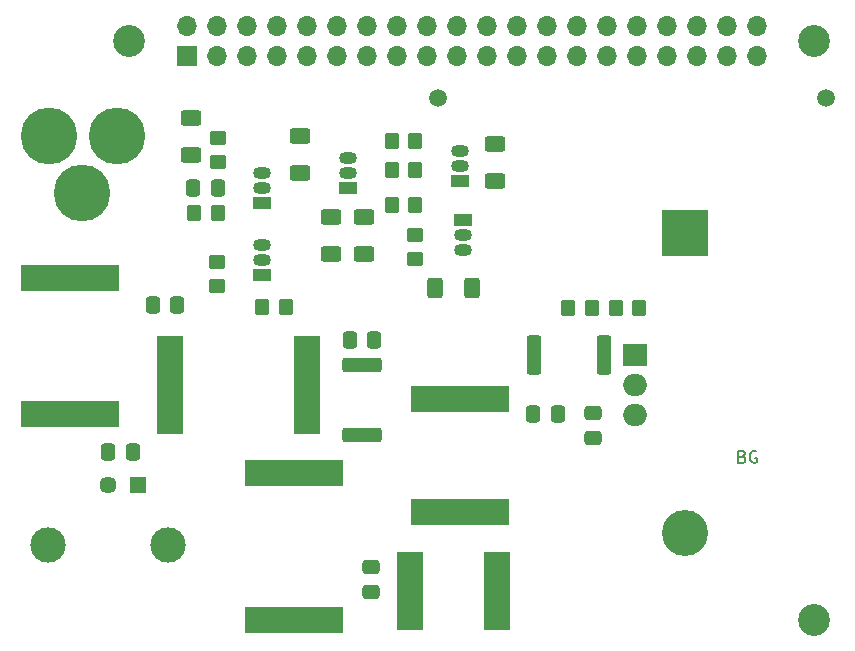
<source format=gts>
%TF.GenerationSoftware,KiCad,Pcbnew,8.0.3-8.0.3-0~ubuntu23.10.1*%
%TF.CreationDate,2025-08-07T12:22:30-04:00*%
%TF.ProjectId,28mhz_new,32386d68-7a5f-46e6-9577-2e6b69636164,rev?*%
%TF.SameCoordinates,Original*%
%TF.FileFunction,Soldermask,Top*%
%TF.FilePolarity,Negative*%
%FSLAX46Y46*%
G04 Gerber Fmt 4.6, Leading zero omitted, Abs format (unit mm)*
G04 Created by KiCad (PCBNEW 8.0.3-8.0.3-0~ubuntu23.10.1) date 2025-08-07 12:22:30*
%MOMM*%
%LPD*%
G01*
G04 APERTURE LIST*
G04 Aperture macros list*
%AMRoundRect*
0 Rectangle with rounded corners*
0 $1 Rounding radius*
0 $2 $3 $4 $5 $6 $7 $8 $9 X,Y pos of 4 corners*
0 Add a 4 corners polygon primitive as box body*
4,1,4,$2,$3,$4,$5,$6,$7,$8,$9,$2,$3,0*
0 Add four circle primitives for the rounded corners*
1,1,$1+$1,$2,$3*
1,1,$1+$1,$4,$5*
1,1,$1+$1,$6,$7*
1,1,$1+$1,$8,$9*
0 Add four rect primitives between the rounded corners*
20,1,$1+$1,$2,$3,$4,$5,0*
20,1,$1+$1,$4,$5,$6,$7,0*
20,1,$1+$1,$6,$7,$8,$9,0*
20,1,$1+$1,$8,$9,$2,$3,0*%
G04 Aperture macros list end*
%ADD10C,0.150000*%
%ADD11RoundRect,0.250000X0.350000X0.450000X-0.350000X0.450000X-0.350000X-0.450000X0.350000X-0.450000X0*%
%ADD12RoundRect,0.250000X-0.350000X-0.450000X0.350000X-0.450000X0.350000X0.450000X-0.350000X0.450000X0*%
%ADD13C,2.700000*%
%ADD14RoundRect,0.250000X-0.362500X-1.425000X0.362500X-1.425000X0.362500X1.425000X-0.362500X1.425000X0*%
%ADD15RoundRect,0.250000X1.425000X-0.362500X1.425000X0.362500X-1.425000X0.362500X-1.425000X-0.362500X0*%
%ADD16C,4.800000*%
%ADD17C,3.900000*%
%ADD18R,3.900000X3.900000*%
%ADD19C,3.000000*%
%ADD20C,1.446000*%
%ADD21R,1.446000X1.446000*%
%ADD22O,1.700000X1.700000*%
%ADD23R,1.700000X1.700000*%
%ADD24RoundRect,0.250000X0.625000X-0.400000X0.625000X0.400000X-0.625000X0.400000X-0.625000X-0.400000X0*%
%ADD25RoundRect,0.250000X-0.337500X-0.475000X0.337500X-0.475000X0.337500X0.475000X-0.337500X0.475000X0*%
%ADD26RoundRect,0.250000X0.337500X0.475000X-0.337500X0.475000X-0.337500X-0.475000X0.337500X-0.475000X0*%
%ADD27R,1.500000X1.050000*%
%ADD28O,1.500000X1.050000*%
%ADD29RoundRect,0.250000X-0.625000X0.400000X-0.625000X-0.400000X0.625000X-0.400000X0.625000X0.400000X0*%
%ADD30R,2.000000X1.905000*%
%ADD31O,2.000000X1.905000*%
%ADD32R,2.160000X6.730000*%
%ADD33RoundRect,0.250000X0.475000X-0.337500X0.475000X0.337500X-0.475000X0.337500X-0.475000X-0.337500X0*%
%ADD34RoundRect,0.250000X-0.450000X0.350000X-0.450000X-0.350000X0.450000X-0.350000X0.450000X0.350000X0*%
%ADD35R,2.290000X8.260000*%
%ADD36C,1.500000*%
%ADD37RoundRect,0.250000X0.400000X0.625000X-0.400000X0.625000X-0.400000X-0.625000X0.400000X-0.625000X0*%
%ADD38R,8.260000X2.290000*%
G04 APERTURE END LIST*
D10*
X127420112Y-100596009D02*
X127562969Y-100643628D01*
X127562969Y-100643628D02*
X127610588Y-100691247D01*
X127610588Y-100691247D02*
X127658207Y-100786485D01*
X127658207Y-100786485D02*
X127658207Y-100929342D01*
X127658207Y-100929342D02*
X127610588Y-101024580D01*
X127610588Y-101024580D02*
X127562969Y-101072200D01*
X127562969Y-101072200D02*
X127467731Y-101119819D01*
X127467731Y-101119819D02*
X127086779Y-101119819D01*
X127086779Y-101119819D02*
X127086779Y-100119819D01*
X127086779Y-100119819D02*
X127420112Y-100119819D01*
X127420112Y-100119819D02*
X127515350Y-100167438D01*
X127515350Y-100167438D02*
X127562969Y-100215057D01*
X127562969Y-100215057D02*
X127610588Y-100310295D01*
X127610588Y-100310295D02*
X127610588Y-100405533D01*
X127610588Y-100405533D02*
X127562969Y-100500771D01*
X127562969Y-100500771D02*
X127515350Y-100548390D01*
X127515350Y-100548390D02*
X127420112Y-100596009D01*
X127420112Y-100596009D02*
X127086779Y-100596009D01*
X128610588Y-100167438D02*
X128515350Y-100119819D01*
X128515350Y-100119819D02*
X128372493Y-100119819D01*
X128372493Y-100119819D02*
X128229636Y-100167438D01*
X128229636Y-100167438D02*
X128134398Y-100262676D01*
X128134398Y-100262676D02*
X128086779Y-100357914D01*
X128086779Y-100357914D02*
X128039160Y-100548390D01*
X128039160Y-100548390D02*
X128039160Y-100691247D01*
X128039160Y-100691247D02*
X128086779Y-100881723D01*
X128086779Y-100881723D02*
X128134398Y-100976961D01*
X128134398Y-100976961D02*
X128229636Y-101072200D01*
X128229636Y-101072200D02*
X128372493Y-101119819D01*
X128372493Y-101119819D02*
X128467731Y-101119819D01*
X128467731Y-101119819D02*
X128610588Y-101072200D01*
X128610588Y-101072200D02*
X128658207Y-101024580D01*
X128658207Y-101024580D02*
X128658207Y-100691247D01*
X128658207Y-100691247D02*
X128467731Y-100691247D01*
D11*
%TO.C,RBI2*%
X112700000Y-88000000D03*
X114700000Y-88000000D03*
%TD*%
D12*
%TO.C,RBI1*%
X116700000Y-88000000D03*
X118700000Y-88000000D03*
%TD*%
D13*
%TO.C,MH2*%
X133510000Y-114400000D03*
%TD*%
%TO.C,MH1*%
X133500000Y-65400000D03*
%TD*%
D14*
%TO.C,R3*%
X109775000Y-91960000D03*
X115700000Y-91960000D03*
%TD*%
D15*
%TO.C,R2*%
X95250000Y-98750000D03*
X95250000Y-92825000D03*
%TD*%
D16*
%TO.C,J2*%
X74500000Y-73500000D03*
X68700000Y-73500000D03*
X71500000Y-78300000D03*
%TD*%
D17*
%TO.C,H1*%
X122540000Y-107110000D03*
D18*
X122540000Y-81710000D03*
%TD*%
D19*
%TO.C,B1*%
X68670000Y-108080000D03*
X78830000Y-108080000D03*
D20*
X73750000Y-103000000D03*
D21*
X76290000Y-103000000D03*
%TD*%
D22*
%TO.C,J1*%
X128630000Y-64130000D03*
X128630000Y-66670000D03*
X126090000Y-64130000D03*
X126090000Y-66670000D03*
X123550000Y-64130000D03*
X123550000Y-66670000D03*
X121010000Y-64130000D03*
X121010000Y-66670000D03*
X118470000Y-64130000D03*
X118470000Y-66670000D03*
X115930000Y-64130000D03*
X115930000Y-66670000D03*
X113390000Y-64130000D03*
X113390000Y-66670000D03*
X110850000Y-64130000D03*
X110850000Y-66670000D03*
X108310000Y-64130000D03*
X108310000Y-66670000D03*
X105770000Y-64130000D03*
X105770000Y-66670000D03*
X103230000Y-64130000D03*
X103230000Y-66670000D03*
X100690000Y-64130000D03*
X100690000Y-66670000D03*
X98150000Y-64130000D03*
X98150000Y-66670000D03*
X95610000Y-64130000D03*
X95610000Y-66670000D03*
X93070000Y-64130000D03*
X93070000Y-66670000D03*
X90530000Y-64130000D03*
X90530000Y-66670000D03*
X87990000Y-64130000D03*
X87990000Y-66670000D03*
X85450000Y-64130000D03*
X85450000Y-66670000D03*
X82910000Y-64130000D03*
X82910000Y-66670000D03*
X80370000Y-64130000D03*
D23*
X80370000Y-66670000D03*
%TD*%
D24*
%TO.C,R1*%
X80750000Y-75050000D03*
X80750000Y-71950000D03*
%TD*%
D25*
%TO.C,CF3*%
X75825000Y-100250000D03*
X73750000Y-100250000D03*
%TD*%
D26*
%TO.C,CB1*%
X83000000Y-77840000D03*
X80925000Y-77840000D03*
%TD*%
D11*
%TO.C,RB2*%
X81000000Y-80000000D03*
X83000000Y-80000000D03*
%TD*%
D12*
%TO.C,RE1*%
X86750000Y-87910000D03*
X88750000Y-87910000D03*
%TD*%
D27*
%TO.C,QN2*%
X86750000Y-79110000D03*
D28*
X86750000Y-77840000D03*
X86750000Y-76570000D03*
%TD*%
D29*
%TO.C,RC2*%
X106500000Y-77250000D03*
X106500000Y-74150000D03*
%TD*%
D30*
%TO.C,M1*%
X118305000Y-91960000D03*
D31*
X118305000Y-94500000D03*
X118305000Y-97040000D03*
%TD*%
D12*
%TO.C,RB4*%
X97750000Y-73910000D03*
X99750000Y-73910000D03*
%TD*%
D32*
%TO.C,LM1*%
X99320000Y-112000000D03*
X106680000Y-112000000D03*
%TD*%
D33*
%TO.C,C1*%
X114750000Y-96925000D03*
X114750000Y-99000000D03*
%TD*%
D34*
%TO.C,RB3*%
X83000000Y-75660000D03*
X83000000Y-73660000D03*
%TD*%
D12*
%TO.C,RB6*%
X97750000Y-79330000D03*
X99750000Y-79330000D03*
%TD*%
D35*
%TO.C,LF1*%
X90530000Y-94500000D03*
X78970000Y-94500000D03*
%TD*%
D36*
%TO.C,L1*%
X134500000Y-70250000D03*
X101700000Y-70250000D03*
%TD*%
D25*
%TO.C,C2*%
X111787500Y-97000000D03*
X109712500Y-97000000D03*
%TD*%
D37*
%TO.C,RC3*%
X104500000Y-86340000D03*
X101400000Y-86340000D03*
%TD*%
D38*
%TO.C,LF2*%
X70500000Y-85440000D03*
X70500000Y-97000000D03*
%TD*%
D29*
%TO.C,RE3*%
X95370000Y-80340000D03*
X95370000Y-83440000D03*
%TD*%
D28*
%TO.C,QN1*%
X86750000Y-82730000D03*
X86750000Y-84000000D03*
D27*
X86750000Y-85270000D03*
%TD*%
D29*
%TO.C,RC1*%
X89980000Y-76570000D03*
X89980000Y-73470000D03*
%TD*%
D11*
%TO.C,RB5*%
X97750000Y-76330000D03*
X99750000Y-76330000D03*
%TD*%
D27*
%TO.C,QN4*%
X103500000Y-77270000D03*
D28*
X103500000Y-76000000D03*
X103500000Y-74730000D03*
%TD*%
D29*
%TO.C,RE2*%
X92620000Y-80340000D03*
X92620000Y-83440000D03*
%TD*%
D27*
%TO.C,QN3*%
X94000000Y-77840000D03*
D28*
X94000000Y-76570000D03*
X94000000Y-75300000D03*
%TD*%
D25*
%TO.C,CF2*%
X79575000Y-87750000D03*
X77500000Y-87750000D03*
%TD*%
D38*
%TO.C,LM2*%
X89500000Y-114475000D03*
X89500000Y-102025000D03*
%TD*%
D34*
%TO.C,RB1*%
X82990000Y-84160000D03*
X82990000Y-86160000D03*
%TD*%
D33*
%TO.C,CM1*%
X96000000Y-109962500D03*
X96000000Y-112037500D03*
%TD*%
D28*
%TO.C,QP1*%
X103750000Y-83110000D03*
X103750000Y-81840000D03*
D27*
X103750000Y-80570000D03*
%TD*%
D25*
%TO.C,CF1*%
X96250000Y-90750000D03*
X94175000Y-90750000D03*
%TD*%
D34*
%TO.C,RB7*%
X99750000Y-81840000D03*
X99750000Y-83840000D03*
%TD*%
D38*
%TO.C,L2*%
X103500000Y-95750000D03*
X103500000Y-105280000D03*
%TD*%
D13*
%TO.C,MH4*%
X75500000Y-65400000D03*
%TD*%
M02*

</source>
